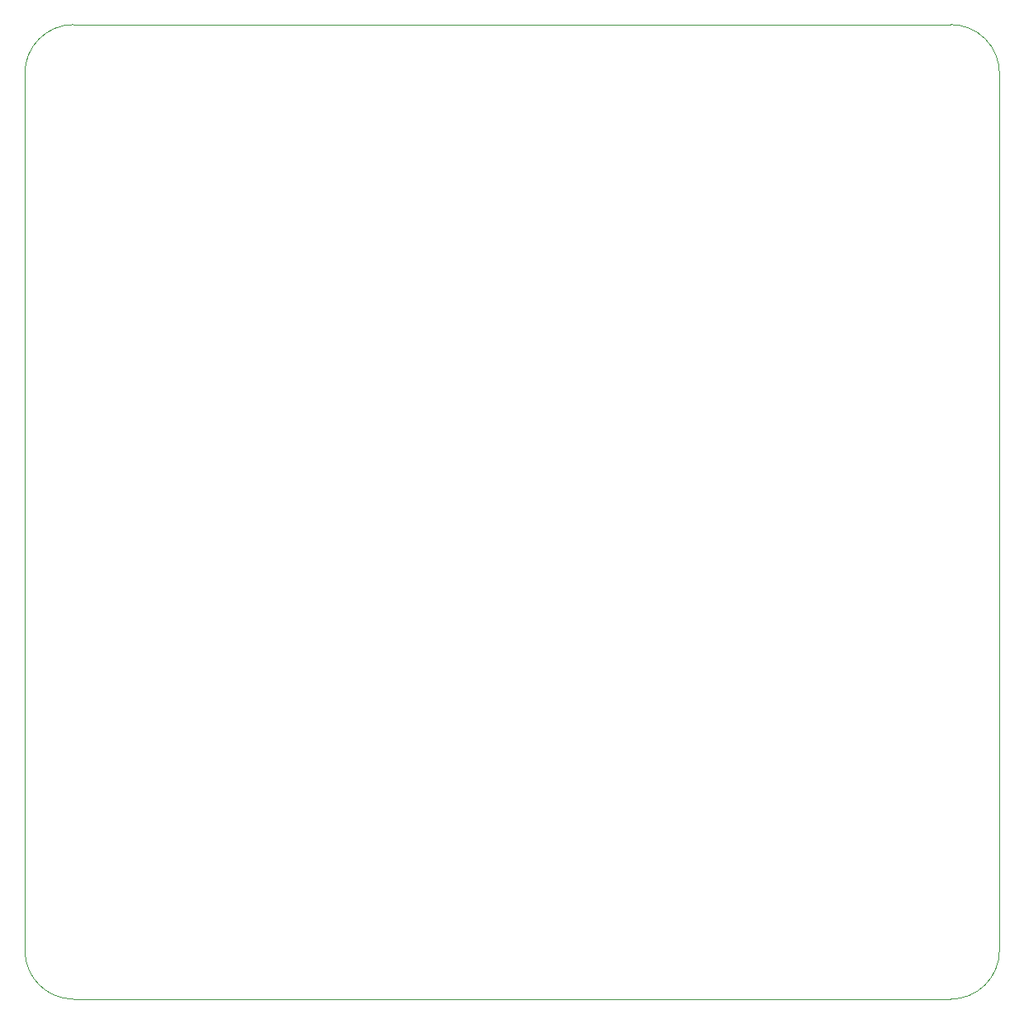
<source format=gko>
G04 (created by PCBNEW (2013-07-07 BZR 4022)-stable) date Mon 19 Oct 2020 04:14:25 AM CDT*
%MOIN*%
G04 Gerber Fmt 3.4, Leading zero omitted, Abs format*
%FSLAX34Y34*%
G01*
G70*
G90*
G04 APERTURE LIST*
%ADD10C,0.00590551*%
%ADD11C,0.00393701*%
G04 APERTURE END LIST*
G54D10*
G54D11*
X64960Y-98425D02*
X29527Y-98425D01*
X66929Y-61023D02*
X66929Y-96456D01*
X29527Y-59055D02*
X64960Y-59055D01*
X27559Y-96456D02*
X27559Y-61023D01*
X29527Y-59055D02*
G75*
G03X27559Y-61023I0J-1968D01*
G74*
G01*
X27559Y-96456D02*
G75*
G03X29527Y-98425I1968J0D01*
G74*
G01*
X64960Y-98425D02*
G75*
G03X66929Y-96456I0J1968D01*
G74*
G01*
X66929Y-61023D02*
G75*
G03X64960Y-59055I-1968J0D01*
G74*
G01*
M02*

</source>
